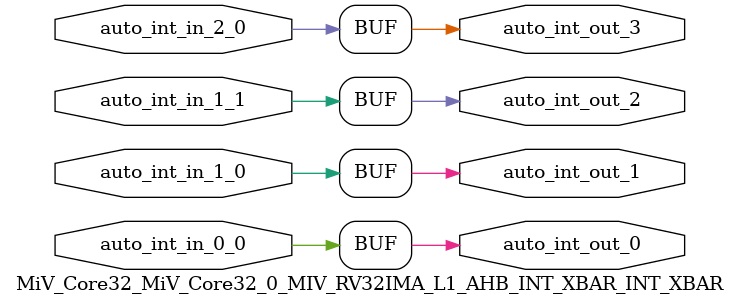
<source format=v>
`ifndef RANDOMIZE_REG_INIT 
	 `define RANDOMIZE_REG_INIT 
 `endif
`ifndef RANDOMIZE_MEM_INIT 
	 `define RANDOMIZE_MEM_INIT 
 `endif
`ifndef RANDOMIZE 
	 `define RANDOMIZE 
`endif

`timescale 1ns/10ps
module MiV_Core32_MiV_Core32_0_MIV_RV32IMA_L1_AHB_INT_XBAR_INT_XBAR( // @[:freechips.rocketchip.system.MivRV32ImaL1AhbConfig.fir@99743.2]
  input   auto_int_in_2_0, // @[:freechips.rocketchip.system.MivRV32ImaL1AhbConfig.fir@99746.4]
  input   auto_int_in_1_0, // @[:freechips.rocketchip.system.MivRV32ImaL1AhbConfig.fir@99746.4]
  input   auto_int_in_1_1, // @[:freechips.rocketchip.system.MivRV32ImaL1AhbConfig.fir@99746.4]
  input   auto_int_in_0_0, // @[:freechips.rocketchip.system.MivRV32ImaL1AhbConfig.fir@99746.4]
  output  auto_int_out_0, // @[:freechips.rocketchip.system.MivRV32ImaL1AhbConfig.fir@99746.4]
  output  auto_int_out_1, // @[:freechips.rocketchip.system.MivRV32ImaL1AhbConfig.fir@99746.4]
  output  auto_int_out_2, // @[:freechips.rocketchip.system.MivRV32ImaL1AhbConfig.fir@99746.4]
  output  auto_int_out_3 // @[:freechips.rocketchip.system.MivRV32ImaL1AhbConfig.fir@99746.4]
);
  assign auto_int_out_0 = auto_int_in_0_0;
  assign auto_int_out_1 = auto_int_in_1_0;
  assign auto_int_out_2 = auto_int_in_1_1;
  assign auto_int_out_3 = auto_int_in_2_0;
endmodule

</source>
